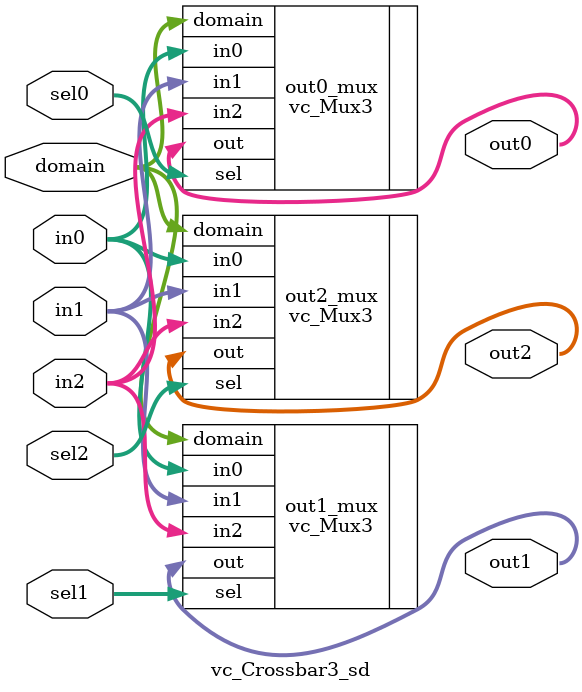
<source format=v>

`ifndef VC_CROSSBAR3_SAMEDOMAIN_V
`define VC_CROSSBARS_SAMEDOMAIN_V

`include "vc-mux3-sd.v"


module vc_Crossbar3_sd
#(
  parameter p_nbits = 32
)
(
  
  input	 [1:0]			 				domain,

  input  [p_nbits-1:0]   	in0,
  input  [p_nbits-1:0]   	in1,
  input  [p_nbits-1:0]   	in2,

  input  [1:0]           				sel0,
  input  [1:0]           				sel1,
  input  [1:0]           				sel2,

  output [p_nbits-1:0]   	out0,
  output [p_nbits-1:0]   	out1,
  output [p_nbits-1:0]   	out2
);

  vc_Mux3#(p_nbits) out0_mux
  (
    .in0 (in0),
    .in1 (in1),
    .in2 (in2),
	.domain(domain),
    .sel (sel0),
    .out (out0)
  );

  vc_Mux3#(p_nbits) out1_mux
  (
    .in0 (in0),
    .in1 (in1),
    .in2 (in2),
	.domain(domain),
    .sel (sel1),
    .out (out1)
  );

  vc_Mux3#(p_nbits) out2_mux
  (
    .in0 (in0),
    .in1 (in1),
    .in2 (in2),
	.domain(domain),
    .sel (sel2),
    .out (out2)
  );

endmodule

`endif /* VC_CROSSBARS_V */

</source>
